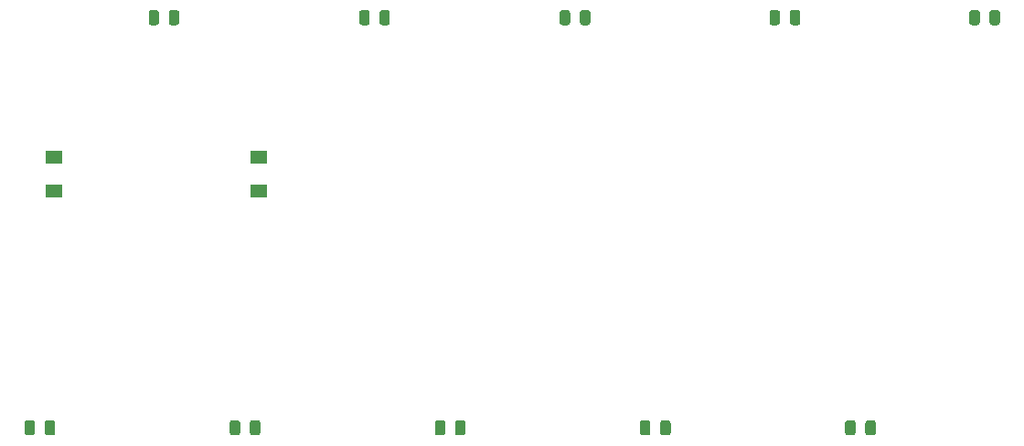
<source format=gbp>
G04 #@! TF.GenerationSoftware,KiCad,Pcbnew,(5.1.8)-1*
G04 #@! TF.CreationDate,2022-08-28T16:31:03+09:00*
G04 #@! TF.ProjectId,windsynth,77696e64-7379-46e7-9468-2e6b69636164,rev?*
G04 #@! TF.SameCoordinates,Original*
G04 #@! TF.FileFunction,Paste,Bot*
G04 #@! TF.FilePolarity,Positive*
%FSLAX46Y46*%
G04 Gerber Fmt 4.6, Leading zero omitted, Abs format (unit mm)*
G04 Created by KiCad (PCBNEW (5.1.8)-1) date 2022-08-28 16:31:03*
%MOMM*%
%LPD*%
G01*
G04 APERTURE LIST*
%ADD10R,1.500000X1.200000*%
G04 APERTURE END LIST*
G04 #@! TO.C,D10*
G36*
G01*
X154575000Y-73456250D02*
X154575000Y-72543750D01*
G75*
G02*
X154818750Y-72300000I243750J0D01*
G01*
X155306250Y-72300000D01*
G75*
G02*
X155550000Y-72543750I0J-243750D01*
G01*
X155550000Y-73456250D01*
G75*
G02*
X155306250Y-73700000I-243750J0D01*
G01*
X154818750Y-73700000D01*
G75*
G02*
X154575000Y-73456250I0J243750D01*
G01*
G37*
G36*
G01*
X156450000Y-73456250D02*
X156450000Y-72543750D01*
G75*
G02*
X156693750Y-72300000I243750J0D01*
G01*
X157181250Y-72300000D01*
G75*
G02*
X157425000Y-72543750I0J-243750D01*
G01*
X157425000Y-73456250D01*
G75*
G02*
X157181250Y-73700000I-243750J0D01*
G01*
X156693750Y-73700000D01*
G75*
G02*
X156450000Y-73456250I0J243750D01*
G01*
G37*
G04 #@! TD*
G04 #@! TO.C,D1*
G36*
G01*
X220050000Y-110543750D02*
X220050000Y-111456250D01*
G75*
G02*
X219806250Y-111700000I-243750J0D01*
G01*
X219318750Y-111700000D01*
G75*
G02*
X219075000Y-111456250I0J243750D01*
G01*
X219075000Y-110543750D01*
G75*
G02*
X219318750Y-110300000I243750J0D01*
G01*
X219806250Y-110300000D01*
G75*
G02*
X220050000Y-110543750I0J-243750D01*
G01*
G37*
G36*
G01*
X221925000Y-110543750D02*
X221925000Y-111456250D01*
G75*
G02*
X221681250Y-111700000I-243750J0D01*
G01*
X221193750Y-111700000D01*
G75*
G02*
X220950000Y-111456250I0J243750D01*
G01*
X220950000Y-110543750D01*
G75*
G02*
X221193750Y-110300000I243750J0D01*
G01*
X221681250Y-110300000D01*
G75*
G02*
X221925000Y-110543750I0J-243750D01*
G01*
G37*
G04 #@! TD*
G04 #@! TO.C,D2*
G36*
G01*
X201050000Y-110543750D02*
X201050000Y-111456250D01*
G75*
G02*
X200806250Y-111700000I-243750J0D01*
G01*
X200318750Y-111700000D01*
G75*
G02*
X200075000Y-111456250I0J243750D01*
G01*
X200075000Y-110543750D01*
G75*
G02*
X200318750Y-110300000I243750J0D01*
G01*
X200806250Y-110300000D01*
G75*
G02*
X201050000Y-110543750I0J-243750D01*
G01*
G37*
G36*
G01*
X202925000Y-110543750D02*
X202925000Y-111456250D01*
G75*
G02*
X202681250Y-111700000I-243750J0D01*
G01*
X202193750Y-111700000D01*
G75*
G02*
X201950000Y-111456250I0J243750D01*
G01*
X201950000Y-110543750D01*
G75*
G02*
X202193750Y-110300000I243750J0D01*
G01*
X202681250Y-110300000D01*
G75*
G02*
X202925000Y-110543750I0J-243750D01*
G01*
G37*
G04 #@! TD*
G04 #@! TO.C,D3*
G36*
G01*
X182050000Y-110543750D02*
X182050000Y-111456250D01*
G75*
G02*
X181806250Y-111700000I-243750J0D01*
G01*
X181318750Y-111700000D01*
G75*
G02*
X181075000Y-111456250I0J243750D01*
G01*
X181075000Y-110543750D01*
G75*
G02*
X181318750Y-110300000I243750J0D01*
G01*
X181806250Y-110300000D01*
G75*
G02*
X182050000Y-110543750I0J-243750D01*
G01*
G37*
G36*
G01*
X183925000Y-110543750D02*
X183925000Y-111456250D01*
G75*
G02*
X183681250Y-111700000I-243750J0D01*
G01*
X183193750Y-111700000D01*
G75*
G02*
X182950000Y-111456250I0J243750D01*
G01*
X182950000Y-110543750D01*
G75*
G02*
X183193750Y-110300000I243750J0D01*
G01*
X183681250Y-110300000D01*
G75*
G02*
X183925000Y-110543750I0J-243750D01*
G01*
G37*
G04 #@! TD*
G04 #@! TO.C,D4*
G36*
G01*
X163050000Y-110543750D02*
X163050000Y-111456250D01*
G75*
G02*
X162806250Y-111700000I-243750J0D01*
G01*
X162318750Y-111700000D01*
G75*
G02*
X162075000Y-111456250I0J243750D01*
G01*
X162075000Y-110543750D01*
G75*
G02*
X162318750Y-110300000I243750J0D01*
G01*
X162806250Y-110300000D01*
G75*
G02*
X163050000Y-110543750I0J-243750D01*
G01*
G37*
G36*
G01*
X164925000Y-110543750D02*
X164925000Y-111456250D01*
G75*
G02*
X164681250Y-111700000I-243750J0D01*
G01*
X164193750Y-111700000D01*
G75*
G02*
X163950000Y-111456250I0J243750D01*
G01*
X163950000Y-110543750D01*
G75*
G02*
X164193750Y-110300000I243750J0D01*
G01*
X164681250Y-110300000D01*
G75*
G02*
X164925000Y-110543750I0J-243750D01*
G01*
G37*
G04 #@! TD*
G04 #@! TO.C,D5*
G36*
G01*
X144050000Y-110543750D02*
X144050000Y-111456250D01*
G75*
G02*
X143806250Y-111700000I-243750J0D01*
G01*
X143318750Y-111700000D01*
G75*
G02*
X143075000Y-111456250I0J243750D01*
G01*
X143075000Y-110543750D01*
G75*
G02*
X143318750Y-110300000I243750J0D01*
G01*
X143806250Y-110300000D01*
G75*
G02*
X144050000Y-110543750I0J-243750D01*
G01*
G37*
G36*
G01*
X145925000Y-110543750D02*
X145925000Y-111456250D01*
G75*
G02*
X145681250Y-111700000I-243750J0D01*
G01*
X145193750Y-111700000D01*
G75*
G02*
X144950000Y-111456250I0J243750D01*
G01*
X144950000Y-110543750D01*
G75*
G02*
X145193750Y-110300000I243750J0D01*
G01*
X145681250Y-110300000D01*
G75*
G02*
X145925000Y-110543750I0J-243750D01*
G01*
G37*
G04 #@! TD*
G04 #@! TO.C,D6*
G36*
G01*
X232450000Y-73456250D02*
X232450000Y-72543750D01*
G75*
G02*
X232693750Y-72300000I243750J0D01*
G01*
X233181250Y-72300000D01*
G75*
G02*
X233425000Y-72543750I0J-243750D01*
G01*
X233425000Y-73456250D01*
G75*
G02*
X233181250Y-73700000I-243750J0D01*
G01*
X232693750Y-73700000D01*
G75*
G02*
X232450000Y-73456250I0J243750D01*
G01*
G37*
G36*
G01*
X230575000Y-73456250D02*
X230575000Y-72543750D01*
G75*
G02*
X230818750Y-72300000I243750J0D01*
G01*
X231306250Y-72300000D01*
G75*
G02*
X231550000Y-72543750I0J-243750D01*
G01*
X231550000Y-73456250D01*
G75*
G02*
X231306250Y-73700000I-243750J0D01*
G01*
X230818750Y-73700000D01*
G75*
G02*
X230575000Y-73456250I0J243750D01*
G01*
G37*
G04 #@! TD*
G04 #@! TO.C,D7*
G36*
G01*
X213950000Y-73456250D02*
X213950000Y-72543750D01*
G75*
G02*
X214193750Y-72300000I243750J0D01*
G01*
X214681250Y-72300000D01*
G75*
G02*
X214925000Y-72543750I0J-243750D01*
G01*
X214925000Y-73456250D01*
G75*
G02*
X214681250Y-73700000I-243750J0D01*
G01*
X214193750Y-73700000D01*
G75*
G02*
X213950000Y-73456250I0J243750D01*
G01*
G37*
G36*
G01*
X212075000Y-73456250D02*
X212075000Y-72543750D01*
G75*
G02*
X212318750Y-72300000I243750J0D01*
G01*
X212806250Y-72300000D01*
G75*
G02*
X213050000Y-72543750I0J-243750D01*
G01*
X213050000Y-73456250D01*
G75*
G02*
X212806250Y-73700000I-243750J0D01*
G01*
X212318750Y-73700000D01*
G75*
G02*
X212075000Y-73456250I0J243750D01*
G01*
G37*
G04 #@! TD*
G04 #@! TO.C,D8*
G36*
G01*
X194512500Y-73456250D02*
X194512500Y-72543750D01*
G75*
G02*
X194756250Y-72300000I243750J0D01*
G01*
X195243750Y-72300000D01*
G75*
G02*
X195487500Y-72543750I0J-243750D01*
G01*
X195487500Y-73456250D01*
G75*
G02*
X195243750Y-73700000I-243750J0D01*
G01*
X194756250Y-73700000D01*
G75*
G02*
X194512500Y-73456250I0J243750D01*
G01*
G37*
G36*
G01*
X192637500Y-73456250D02*
X192637500Y-72543750D01*
G75*
G02*
X192881250Y-72300000I243750J0D01*
G01*
X193368750Y-72300000D01*
G75*
G02*
X193612500Y-72543750I0J-243750D01*
G01*
X193612500Y-73456250D01*
G75*
G02*
X193368750Y-73700000I-243750J0D01*
G01*
X192881250Y-73700000D01*
G75*
G02*
X192637500Y-73456250I0J243750D01*
G01*
G37*
G04 #@! TD*
G04 #@! TO.C,D9*
G36*
G01*
X174075000Y-73456250D02*
X174075000Y-72543750D01*
G75*
G02*
X174318750Y-72300000I243750J0D01*
G01*
X174806250Y-72300000D01*
G75*
G02*
X175050000Y-72543750I0J-243750D01*
G01*
X175050000Y-73456250D01*
G75*
G02*
X174806250Y-73700000I-243750J0D01*
G01*
X174318750Y-73700000D01*
G75*
G02*
X174075000Y-73456250I0J243750D01*
G01*
G37*
G36*
G01*
X175950000Y-73456250D02*
X175950000Y-72543750D01*
G75*
G02*
X176193750Y-72300000I243750J0D01*
G01*
X176681250Y-72300000D01*
G75*
G02*
X176925000Y-72543750I0J-243750D01*
G01*
X176925000Y-73456250D01*
G75*
G02*
X176681250Y-73700000I-243750J0D01*
G01*
X176193750Y-73700000D01*
G75*
G02*
X175950000Y-73456250I0J243750D01*
G01*
G37*
G04 #@! TD*
D10*
G04 #@! TO.C,KeyDown*
X164800000Y-85900000D03*
X164800000Y-89100000D03*
G04 #@! TD*
G04 #@! TO.C,KeyUp*
X145800000Y-85900000D03*
X145800000Y-89100000D03*
G04 #@! TD*
M02*

</source>
